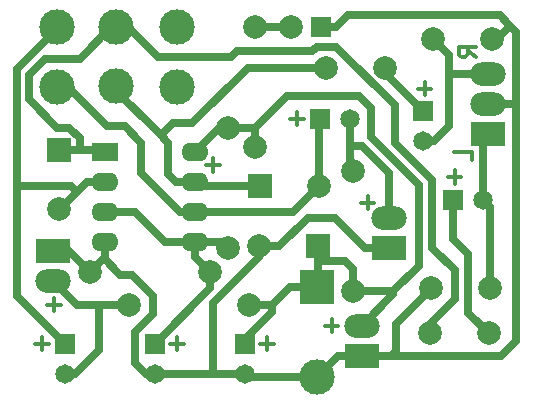
<source format=gbr>
G04 #@! TF.FileFunction,Copper,L2,Bot,Signal*
%FSLAX46Y46*%
G04 Gerber Fmt 4.6, Leading zero omitted, Abs format (unit mm)*
G04 Created by KiCad (PCBNEW (after 2015-mar-04 BZR unknown)-product) date Sat 13 Jun 2015 13:33:09 BST*
%MOMM*%
G01*
G04 APERTURE LIST*
%ADD10C,0.100000*%
%ADD11C,0.300000*%
%ADD12R,3.000000X2.000000*%
%ADD13O,3.000000X2.000000*%
%ADD14R,2.000000X2.000000*%
%ADD15C,2.000000*%
%ADD16R,3.000000X3.000000*%
%ADD17C,3.000000*%
%ADD18R,1.699260X1.699260*%
%ADD19C,1.998980*%
%ADD20R,2.286000X1.574800*%
%ADD21O,2.286000X1.574800*%
%ADD22R,1.651000X1.651000*%
%ADD23C,1.651000*%
%ADD24C,0.700000*%
G04 APERTURE END LIST*
D10*
D11*
X41763071Y30460214D02*
X41048786Y30960214D01*
X41763071Y31317357D02*
X40263071Y31317357D01*
X40263071Y30745929D01*
X40334500Y30603071D01*
X40405929Y30531643D01*
X40548786Y30460214D01*
X40763071Y30460214D01*
X40905929Y30531643D01*
X40977357Y30603071D01*
X41048786Y30745929D01*
X41048786Y31317357D01*
X41382071Y21697214D02*
X41382071Y22411500D01*
X39882071Y22411500D01*
X32555643Y18668928D02*
X32555643Y17526071D01*
X33127071Y18097500D02*
X31984214Y18097500D01*
X19474643Y21843928D02*
X19474643Y20701071D01*
X20046071Y21272500D02*
X18903214Y21272500D01*
X26586643Y25780928D02*
X26586643Y24638071D01*
X27158071Y25209500D02*
X26015214Y25209500D01*
X37381643Y28320928D02*
X37381643Y27178071D01*
X37953071Y27749500D02*
X36810214Y27749500D01*
X39921643Y20827928D02*
X39921643Y19685071D01*
X40493071Y20256500D02*
X39350214Y20256500D01*
X29507643Y8254928D02*
X29507643Y7112071D01*
X30079071Y7683500D02*
X28936214Y7683500D01*
X24046643Y6730928D02*
X24046643Y5588071D01*
X24618071Y6159500D02*
X23475214Y6159500D01*
X16426643Y6730928D02*
X16426643Y5588071D01*
X16998071Y6159500D02*
X15855214Y6159500D01*
X6012643Y10032928D02*
X6012643Y8890071D01*
X6584071Y9461500D02*
X5441214Y9461500D01*
X4996643Y6730928D02*
X4996643Y5588071D01*
X5568071Y6159500D02*
X4425214Y6159500D01*
D12*
X42735500Y23939500D03*
D13*
X42735500Y26479500D03*
X42735500Y29019500D03*
D12*
X34353500Y14287500D03*
D13*
X34353500Y16827500D03*
D12*
X32067500Y5143500D03*
D13*
X32067500Y7683500D03*
D12*
X5905500Y14033500D03*
D13*
X5905500Y11493500D03*
D14*
X28384500Y14414500D03*
D15*
X23384500Y14414500D03*
D14*
X23431500Y19494500D03*
D15*
X28431500Y19494500D03*
D16*
X28257500Y10985500D03*
D17*
X28257500Y3365500D03*
D14*
X6413500Y22542500D03*
D15*
X6413500Y17542500D03*
D17*
X6286500Y27876500D03*
X11287760Y27955240D03*
X16446500Y27876500D03*
X11287760Y32956500D03*
X6286500Y32956500D03*
X16446500Y32956500D03*
D18*
X28639840Y32956500D03*
D19*
X26099840Y32956500D03*
X22542500Y9461500D03*
X12382500Y9461500D03*
X31305500Y10604500D03*
X31305500Y20764500D03*
X20764500Y24447500D03*
X20764500Y14287500D03*
X19240500Y12255500D03*
X9080500Y12255500D03*
X23050500Y22796500D03*
X23050500Y32956500D03*
D20*
X10350500Y22415500D03*
D21*
X10350500Y19875500D03*
X10350500Y17335500D03*
X10350500Y14795500D03*
X17970500Y14795500D03*
X17970500Y17335500D03*
X17970500Y19875500D03*
X17970500Y22415500D03*
D22*
X6921500Y6159500D03*
D23*
X6921500Y3619500D03*
D22*
X28511500Y25209500D03*
D23*
X31051500Y25209500D03*
D22*
X14541500Y6159500D03*
D23*
X14541500Y3619500D03*
D22*
X22161500Y6159500D03*
D23*
X22161500Y3619500D03*
D22*
X39814500Y18351500D03*
D23*
X42354500Y18351500D03*
D22*
X37274500Y25844500D03*
D23*
X37274500Y23304500D03*
D19*
X37823140Y7048500D03*
X42824400Y7048500D03*
X34058860Y29527500D03*
X29057600Y29527500D03*
X42948860Y10858500D03*
X37947600Y10858500D03*
X38077140Y31940500D03*
X43078400Y31940500D03*
D24*
X6921500Y3619500D02*
X7810500Y3619500D01*
X9842500Y5651500D02*
X9842500Y9461500D01*
X7810500Y3619500D02*
X9842500Y5651500D01*
X7937500Y9461500D02*
X5905500Y11493500D01*
X9842500Y9461500D02*
X7937500Y9461500D01*
X12382500Y9461500D02*
X9842500Y9461500D01*
X2857500Y19494500D02*
X7429500Y19494500D01*
X7429500Y19494500D02*
X7937500Y18986500D01*
X6286500Y32956500D02*
X6286500Y32829500D01*
X6286500Y32829500D02*
X2857500Y29400500D01*
X2857500Y10223500D02*
X6921500Y6159500D01*
X2857500Y29400500D02*
X2857500Y19494500D01*
X2857500Y19494500D02*
X2857500Y10223500D01*
X8826500Y19875500D02*
X10350500Y19875500D01*
X7937500Y18986500D02*
X8826500Y19875500D01*
X7556500Y18605500D02*
X7937500Y18986500D01*
X6493500Y17542500D02*
X7556500Y18605500D01*
X6413500Y17542500D02*
X6493500Y17542500D01*
X31051500Y21018500D02*
X31305500Y20764500D01*
X31051500Y22923500D02*
X31051500Y21018500D01*
X31051500Y25209500D02*
X31051500Y22923500D01*
X34353500Y20637500D02*
X32067500Y22923500D01*
X32067500Y22923500D02*
X31051500Y22923500D01*
X34353500Y16827500D02*
X34353500Y20637500D01*
X6286500Y27876500D02*
X7175500Y27876500D01*
X7175500Y27876500D02*
X10477500Y24574500D01*
X10477500Y24574500D02*
X12001500Y24574500D01*
X12001500Y24574500D02*
X13398500Y23177500D01*
X13398500Y23177500D02*
X13398500Y20637500D01*
X13398500Y20637500D02*
X16700500Y17335500D01*
X16700500Y17335500D02*
X17970500Y17335500D01*
X26272500Y17335500D02*
X28431500Y19494500D01*
X17970500Y17335500D02*
X26272500Y17335500D01*
X17462500Y17335500D02*
X17970500Y17335500D01*
X28431500Y25129500D02*
X28511500Y25209500D01*
X28431500Y19494500D02*
X28431500Y25129500D01*
X28257500Y3365500D02*
X22415500Y3365500D01*
X22415500Y3365500D02*
X22161500Y3619500D01*
X14541500Y3619500D02*
X13779500Y3619500D01*
X13779500Y3619500D02*
X12890500Y4508500D01*
X11620500Y12001500D02*
X10223500Y13398500D01*
X12636500Y12001500D02*
X11620500Y12001500D01*
X14414500Y10223500D02*
X12636500Y12001500D01*
X14414500Y8699500D02*
X14414500Y10223500D01*
X12890500Y7175500D02*
X14414500Y8699500D01*
X12890500Y4508500D02*
X12890500Y7175500D01*
X23384500Y14414500D02*
X23384500Y13478500D01*
X19494500Y9588500D02*
X19494500Y3619500D01*
X23384500Y13478500D02*
X19494500Y9588500D01*
X22161500Y3619500D02*
X19494500Y3619500D01*
X19494500Y3619500D02*
X14541500Y3619500D01*
X10350500Y13525500D02*
X10223500Y13398500D01*
X10223500Y13398500D02*
X9080500Y12255500D01*
X10350500Y14795500D02*
X10350500Y13525500D01*
X7302500Y14033500D02*
X9080500Y12255500D01*
X5905500Y14033500D02*
X7302500Y14033500D01*
X30035500Y5143500D02*
X28257500Y3365500D01*
X32067500Y5143500D02*
X30035500Y5143500D01*
X29908500Y32956500D02*
X30924500Y33972500D01*
X30924500Y33972500D02*
X43751500Y33972500D01*
X44640500Y33083500D02*
X45148500Y32575500D01*
X43751500Y33972500D02*
X44640500Y33083500D01*
X45148500Y12001500D02*
X45148500Y11874500D01*
X45148500Y11874500D02*
X45148500Y6413500D01*
X45148500Y26225500D02*
X45148500Y12001500D01*
X45148500Y32575500D02*
X45148500Y26225500D01*
X28639840Y32956500D02*
X29908500Y32956500D01*
X44894500Y26479500D02*
X45148500Y26225500D01*
X42735500Y26479500D02*
X44894500Y26479500D01*
X43497500Y31940500D02*
X44640500Y33083500D01*
X43078400Y31940500D02*
X43497500Y31940500D01*
X34607500Y5143500D02*
X32067500Y5143500D01*
X34988500Y5524500D02*
X34607500Y5143500D01*
X34988500Y7810500D02*
X34988500Y5524500D01*
X37947600Y10769600D02*
X34988500Y7810500D01*
X37947600Y10858500D02*
X37947600Y10769600D01*
X43878500Y5143500D02*
X45148500Y6413500D01*
X32067500Y5143500D02*
X43878500Y5143500D01*
X32321500Y14287500D02*
X29781500Y16827500D01*
X29781500Y16827500D02*
X27495500Y16827500D01*
X27495500Y16827500D02*
X25082500Y14414500D01*
X25082500Y14414500D02*
X23384500Y14414500D01*
X34353500Y14287500D02*
X32321500Y14287500D01*
X19240500Y12255500D02*
X19240500Y10858500D01*
X19240500Y10858500D02*
X14541500Y6159500D01*
X12890500Y17335500D02*
X15430500Y14795500D01*
X15430500Y14795500D02*
X17970500Y14795500D01*
X10350500Y17335500D02*
X12890500Y17335500D01*
X20256500Y14795500D02*
X20764500Y14287500D01*
X17970500Y14795500D02*
X20256500Y14795500D01*
X17970500Y13525500D02*
X19240500Y12255500D01*
X17970500Y14795500D02*
X17970500Y13525500D01*
X19240500Y12255500D02*
X19240500Y11366500D01*
X11287760Y32956500D02*
X10858500Y32956500D01*
X10858500Y32956500D02*
X8191500Y30289500D01*
X8191500Y23558500D02*
X8191500Y22542500D01*
X7302500Y24447500D02*
X8191500Y23558500D01*
X6286500Y24447500D02*
X7302500Y24447500D01*
X3873500Y26860500D02*
X6286500Y24447500D01*
X3873500Y28892500D02*
X3873500Y26860500D01*
X5270500Y30289500D02*
X3873500Y28892500D01*
X8191500Y30289500D02*
X5270500Y30289500D01*
X10223500Y22542500D02*
X10350500Y22415500D01*
X7683500Y22542500D02*
X8191500Y22542500D01*
X8191500Y22542500D02*
X10223500Y22542500D01*
X6413500Y22542500D02*
X7683500Y22542500D01*
X11287760Y32956500D02*
X11287760Y32877760D01*
X11287760Y32956500D02*
X12382500Y32956500D01*
X11287760Y32956500D02*
X12255500Y32956500D01*
X14795500Y30416500D02*
X21018500Y30416500D01*
X21018500Y30416500D02*
X21526500Y30924500D01*
X21526500Y30924500D02*
X27876500Y30924500D01*
X27876500Y30924500D02*
X28257500Y31305500D01*
X28257500Y31305500D02*
X29908500Y31305500D01*
X29908500Y31305500D02*
X34861500Y26352500D01*
X34861500Y26352500D02*
X34861500Y23177500D01*
X34861500Y23177500D02*
X37020500Y21018500D01*
X12255500Y32956500D02*
X14795500Y30416500D01*
X38036500Y20002500D02*
X37020500Y21018500D01*
X38036500Y14287500D02*
X38036500Y20002500D01*
X39941500Y12382500D02*
X38036500Y14287500D01*
X39941500Y9969500D02*
X39941500Y12382500D01*
X37823140Y7851140D02*
X39941500Y9969500D01*
X37823140Y7048500D02*
X37823140Y7851140D01*
X11287760Y27955240D02*
X11287760Y27574240D01*
X15049500Y23812500D02*
X15684500Y23177500D01*
X14732000Y24130000D02*
X15049500Y23812500D01*
X11287760Y27574240D02*
X14732000Y24130000D01*
X16319500Y19875500D02*
X17970500Y19875500D01*
X15684500Y20510500D02*
X16319500Y19875500D01*
X15684500Y23177500D02*
X15684500Y20510500D01*
X18351500Y19494500D02*
X17970500Y19875500D01*
X23431500Y19494500D02*
X18351500Y19494500D01*
X17970500Y19875500D02*
X17589500Y19875500D01*
X22415500Y29527500D02*
X17716500Y24828500D01*
X17716500Y24828500D02*
X16065500Y24828500D01*
X16065500Y24828500D02*
X15049500Y23812500D01*
X29057600Y29527500D02*
X22415500Y29527500D01*
X31305500Y10604500D02*
X31305500Y12509500D01*
X30670500Y13144500D02*
X28384500Y13144500D01*
X31305500Y12509500D02*
X30670500Y13144500D01*
X22542500Y9461500D02*
X24447500Y9461500D01*
X25971500Y10985500D02*
X28257500Y10985500D01*
X24447500Y9461500D02*
X25971500Y10985500D01*
X28384500Y14414500D02*
X28384500Y13144500D01*
X28384500Y13144500D02*
X28384500Y11112500D01*
X28384500Y11112500D02*
X28257500Y10985500D01*
X23050500Y22796500D02*
X23050500Y24447500D01*
X23050500Y24447500D02*
X20764500Y24447500D01*
X20002500Y24447500D02*
X17970500Y22415500D01*
X20764500Y24447500D02*
X20002500Y24447500D01*
X34734500Y10604500D02*
X36893500Y12763500D01*
X36893500Y12763500D02*
X36893500Y19621500D01*
X36893500Y19621500D02*
X32829500Y23685500D01*
X32829500Y23685500D02*
X32829500Y26098500D01*
X32829500Y26098500D02*
X31813500Y27114500D01*
X31813500Y27114500D02*
X25717500Y27114500D01*
X25717500Y27114500D02*
X23050500Y24447500D01*
X31305500Y10604500D02*
X34734500Y10604500D01*
X34734500Y10350500D02*
X32067500Y7683500D01*
X34734500Y10604500D02*
X34734500Y10350500D01*
X24447500Y8826500D02*
X24447500Y9461500D01*
X22161500Y6540500D02*
X24447500Y8826500D01*
X22161500Y6159500D02*
X22161500Y6540500D01*
X42354500Y23558500D02*
X42735500Y23939500D01*
X42354500Y18351500D02*
X42354500Y23558500D01*
X42948860Y17757140D02*
X42354500Y18351500D01*
X42948860Y10858500D02*
X42948860Y17757140D01*
X39814500Y15049500D02*
X41084500Y13779500D01*
X41084500Y13779500D02*
X41084500Y8788400D01*
X41084500Y8788400D02*
X42824400Y7048500D01*
X39814500Y18351500D02*
X39814500Y15049500D01*
X38290500Y31727140D02*
X38077140Y31940500D01*
X38163500Y23304500D02*
X39433500Y24574500D01*
X39433500Y28892500D02*
X39433500Y30584140D01*
X39433500Y24574500D02*
X39433500Y28892500D01*
X39433500Y30584140D02*
X38077140Y31940500D01*
X37274500Y23304500D02*
X38163500Y23304500D01*
X39433500Y29019500D02*
X39433500Y28892500D01*
X42735500Y29019500D02*
X39433500Y29019500D01*
X34058860Y29060140D02*
X37274500Y25844500D01*
X34058860Y29527500D02*
X34058860Y29060140D01*
X26099840Y32956500D02*
X23050500Y32956500D01*
M02*

</source>
